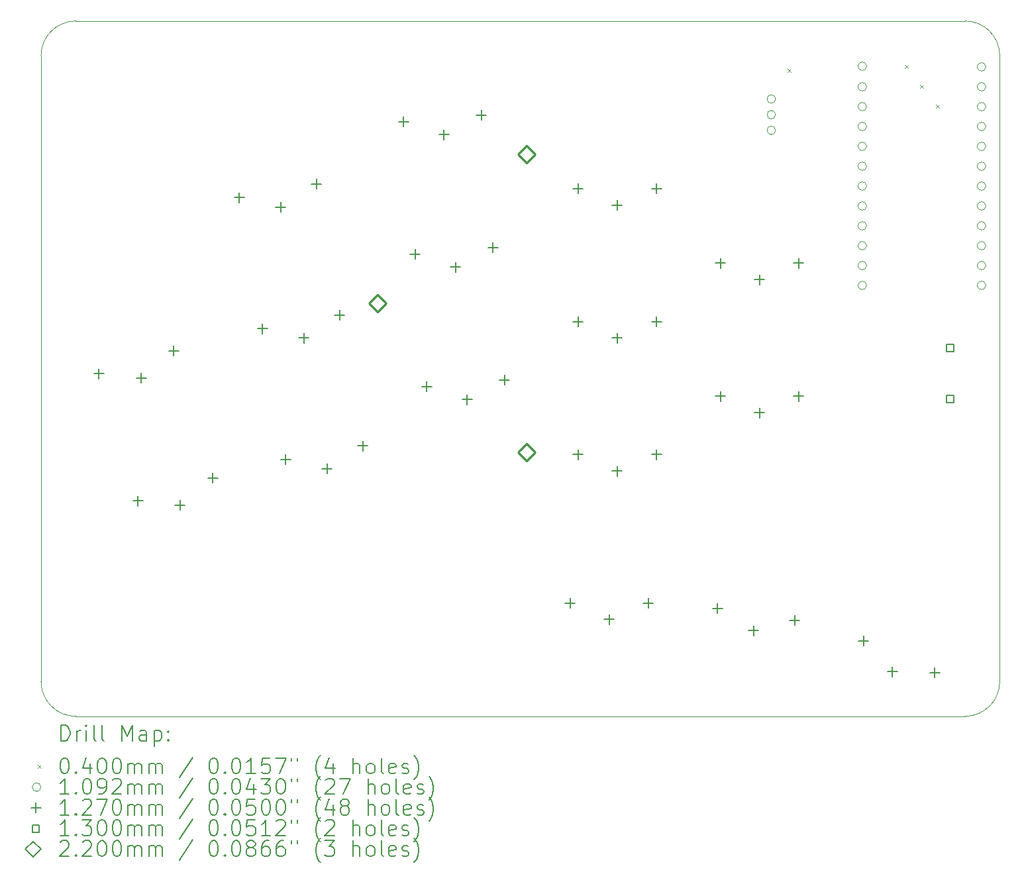
<source format=gbr>
%FSLAX45Y45*%
G04 Gerber Fmt 4.5, Leading zero omitted, Abs format (unit mm)*
G04 Created by KiCad (PCBNEW (6.0.4-0)) date 2022-07-25 12:00:02*
%MOMM*%
%LPD*%
G01*
G04 APERTURE LIST*
%TA.AperFunction,Profile*%
%ADD10C,0.050000*%
%TD*%
%ADD11C,0.200000*%
%ADD12C,0.040000*%
%ADD13C,0.109220*%
%ADD14C,0.127000*%
%ADD15C,0.130000*%
%ADD16C,0.220000*%
G04 APERTURE END LIST*
D10*
X16431618Y3825490D02*
X16431979Y11826325D01*
X4176475Y3825325D02*
G75*
G03*
X4620979Y3380825I444505J5D01*
G01*
X16431975Y11826325D02*
G75*
G03*
X15987479Y12270825I-444495J5D01*
G01*
X4620979Y3380825D02*
X15987118Y3380990D01*
X4176115Y11826612D02*
X4176479Y3825325D01*
X15987479Y12270825D02*
X4620615Y12271112D01*
X4620615Y12271112D02*
G75*
G03*
X4176115Y11826612I0J-444500D01*
G01*
X15987118Y3380991D02*
G75*
G03*
X16431618Y3825490I2J444499D01*
G01*
D11*
D12*
X13722043Y11656454D02*
X13762043Y11616454D01*
X13762043Y11656454D02*
X13722043Y11616454D01*
X15220000Y11711295D02*
X15260000Y11671295D01*
X15260000Y11711295D02*
X15220000Y11671295D01*
X15410459Y11455023D02*
X15450459Y11415023D01*
X15450459Y11455023D02*
X15410459Y11415023D01*
X15618978Y11200615D02*
X15658978Y11160615D01*
X15658978Y11200615D02*
X15618978Y11160615D01*
D13*
X13565589Y11273825D02*
G75*
G03*
X13565589Y11273825I-54610J0D01*
G01*
X13565589Y11073825D02*
G75*
G03*
X13565589Y11073825I-54610J0D01*
G01*
X13565589Y10873825D02*
G75*
G03*
X13565589Y10873825I-54610J0D01*
G01*
X14728331Y11692609D02*
G75*
G03*
X14728331Y11692609I-54610J0D01*
G01*
X14728331Y11430235D02*
G75*
G03*
X14728331Y11430235I-54610J0D01*
G01*
X14728331Y11176235D02*
G75*
G03*
X14728331Y11176235I-54610J0D01*
G01*
X14728331Y10922235D02*
G75*
G03*
X14728331Y10922235I-54610J0D01*
G01*
X14728331Y10668235D02*
G75*
G03*
X14728331Y10668235I-54610J0D01*
G01*
X14728331Y10414235D02*
G75*
G03*
X14728331Y10414235I-54610J0D01*
G01*
X14728331Y10160235D02*
G75*
G03*
X14728331Y10160235I-54610J0D01*
G01*
X14728331Y9906235D02*
G75*
G03*
X14728331Y9906235I-54610J0D01*
G01*
X14728331Y9652235D02*
G75*
G03*
X14728331Y9652235I-54610J0D01*
G01*
X14728331Y9398235D02*
G75*
G03*
X14728331Y9398235I-54610J0D01*
G01*
X14728331Y9144235D02*
G75*
G03*
X14728331Y9144235I-54610J0D01*
G01*
X14728331Y8890235D02*
G75*
G03*
X14728331Y8890235I-54610J0D01*
G01*
X16252331Y11684235D02*
G75*
G03*
X16252331Y11684235I-54610J0D01*
G01*
X16252331Y11430235D02*
G75*
G03*
X16252331Y11430235I-54610J0D01*
G01*
X16252331Y11176235D02*
G75*
G03*
X16252331Y11176235I-54610J0D01*
G01*
X16252331Y10922235D02*
G75*
G03*
X16252331Y10922235I-54610J0D01*
G01*
X16252331Y10668235D02*
G75*
G03*
X16252331Y10668235I-54610J0D01*
G01*
X16252331Y10414235D02*
G75*
G03*
X16252331Y10414235I-54610J0D01*
G01*
X16252331Y10160235D02*
G75*
G03*
X16252331Y10160235I-54610J0D01*
G01*
X16252331Y9906235D02*
G75*
G03*
X16252331Y9906235I-54610J0D01*
G01*
X16252331Y9652235D02*
G75*
G03*
X16252331Y9652235I-54610J0D01*
G01*
X16252331Y9398235D02*
G75*
G03*
X16252331Y9398235I-54610J0D01*
G01*
X16252331Y9144235D02*
G75*
G03*
X16252331Y9144235I-54610J0D01*
G01*
X16252331Y8890235D02*
G75*
G03*
X16252331Y8890235I-54610J0D01*
G01*
D14*
X4917175Y7826915D02*
X4917175Y7699915D01*
X4853675Y7763415D02*
X4980675Y7763415D01*
X5414207Y6201196D02*
X5414207Y6074196D01*
X5350707Y6137696D02*
X5477707Y6137696D01*
X5456725Y7772276D02*
X5456725Y7645276D01*
X5393225Y7708776D02*
X5520225Y7708776D01*
X5873479Y8119286D02*
X5873479Y7992286D01*
X5809979Y8055786D02*
X5936979Y8055786D01*
X5953757Y6146558D02*
X5953757Y6019558D01*
X5890257Y6083058D02*
X6017257Y6083058D01*
X6370511Y6493568D02*
X6370511Y6366568D01*
X6307011Y6430068D02*
X6434011Y6430068D01*
X6712293Y10076956D02*
X6712293Y9949956D01*
X6648793Y10013456D02*
X6775793Y10013456D01*
X7007495Y8402783D02*
X7007495Y8275782D01*
X6943995Y8339282D02*
X7070995Y8339282D01*
X7241163Y9956970D02*
X7241163Y9829970D01*
X7177663Y9893470D02*
X7304663Y9893470D01*
X7302697Y6728609D02*
X7302697Y6601609D01*
X7239197Y6665109D02*
X7366197Y6665109D01*
X7536365Y8282797D02*
X7536365Y8155797D01*
X7472865Y8219297D02*
X7599865Y8219297D01*
X7697101Y10250604D02*
X7697101Y10123604D01*
X7633601Y10187104D02*
X7760601Y10187104D01*
X7831567Y6608624D02*
X7831567Y6481624D01*
X7768067Y6545124D02*
X7895067Y6545124D01*
X7992303Y8576431D02*
X7992303Y8449431D01*
X7928803Y8512931D02*
X8055803Y8512931D01*
X8287505Y6902257D02*
X8287505Y6775257D01*
X8224005Y6838757D02*
X8351005Y6838757D01*
X8809021Y11046316D02*
X8809021Y10919316D01*
X8745521Y10982816D02*
X8872521Y10982816D01*
X8957186Y9352785D02*
X8957186Y9225785D01*
X8893686Y9289285D02*
X9020686Y9289285D01*
X9105351Y7659254D02*
X9105351Y7532254D01*
X9041851Y7595754D02*
X9168851Y7595754D01*
X9325422Y10880693D02*
X9325422Y10753693D01*
X9261922Y10817193D02*
X9388922Y10817193D01*
X9473586Y9187162D02*
X9473586Y9060162D01*
X9410086Y9123662D02*
X9537086Y9123662D01*
X9621751Y7493631D02*
X9621751Y7366631D01*
X9558251Y7430131D02*
X9685251Y7430131D01*
X9805216Y11133472D02*
X9805216Y11006472D01*
X9741716Y11069972D02*
X9868716Y11069972D01*
X9953381Y9439941D02*
X9953381Y9312941D01*
X9889881Y9376441D02*
X10016881Y9376441D01*
X10101546Y7746410D02*
X10101546Y7619410D01*
X10038046Y7682910D02*
X10165046Y7682910D01*
X10940079Y4893125D02*
X10940079Y4766125D01*
X10876579Y4829625D02*
X11003579Y4829625D01*
X11042479Y10191225D02*
X11042479Y10064225D01*
X10978979Y10127725D02*
X11105979Y10127725D01*
X11042479Y8491225D02*
X11042479Y8364225D01*
X10978979Y8427725D02*
X11105979Y8427725D01*
X11042479Y6791225D02*
X11042479Y6664225D01*
X10978979Y6727725D02*
X11105979Y6727725D01*
X11440079Y4683125D02*
X11440079Y4556125D01*
X11376579Y4619625D02*
X11503579Y4619625D01*
X11542479Y9981225D02*
X11542479Y9854225D01*
X11478979Y9917725D02*
X11605979Y9917725D01*
X11542479Y8281225D02*
X11542479Y8154225D01*
X11478979Y8217725D02*
X11605979Y8217725D01*
X11542479Y6581225D02*
X11542479Y6454225D01*
X11478979Y6517725D02*
X11605979Y6517725D01*
X11940079Y4893125D02*
X11940079Y4766125D01*
X11876579Y4829625D02*
X12003579Y4829625D01*
X12042479Y10191225D02*
X12042479Y10064225D01*
X11978979Y10127725D02*
X12105979Y10127725D01*
X12042479Y8491225D02*
X12042479Y8364225D01*
X11978979Y8427725D02*
X12105979Y8427725D01*
X12042479Y6791225D02*
X12042479Y6664225D01*
X11978979Y6727725D02*
X12105979Y6727725D01*
X12822549Y4826076D02*
X12822549Y4699076D01*
X12759049Y4762576D02*
X12886049Y4762576D01*
X12859949Y9237949D02*
X12859949Y9110949D01*
X12796449Y9174449D02*
X12923449Y9174449D01*
X12859949Y7537949D02*
X12859949Y7410949D01*
X12796449Y7474449D02*
X12923449Y7474449D01*
X13283542Y4540444D02*
X13283542Y4413444D01*
X13220042Y4476944D02*
X13347042Y4476944D01*
X13359949Y9027949D02*
X13359949Y8900949D01*
X13296449Y8964449D02*
X13423449Y8964449D01*
X13359949Y7327949D02*
X13359949Y7200949D01*
X13296449Y7264449D02*
X13423449Y7264449D01*
X13810238Y4669641D02*
X13810238Y4542641D01*
X13746738Y4606141D02*
X13873738Y4606141D01*
X13859949Y9237949D02*
X13859949Y9110949D01*
X13796449Y9174449D02*
X13923449Y9174449D01*
X13859949Y7537949D02*
X13859949Y7410949D01*
X13796449Y7474449D02*
X13923449Y7474449D01*
X14688373Y4409525D02*
X14688373Y4282525D01*
X14624873Y4346025D02*
X14751873Y4346025D01*
X15059731Y4014313D02*
X15059731Y3887313D01*
X14996231Y3950813D02*
X15123231Y3950813D01*
X15601919Y4002789D02*
X15601919Y3875789D01*
X15538419Y3939289D02*
X15665419Y3939289D01*
D15*
X15842941Y8041363D02*
X15842941Y8133288D01*
X15751017Y8133288D01*
X15751017Y8041363D01*
X15842941Y8041363D01*
X15842941Y7391363D02*
X15842941Y7483288D01*
X15751017Y7483288D01*
X15751017Y7391363D01*
X15842941Y7391363D01*
D16*
X8476092Y8554025D02*
X8586092Y8664025D01*
X8476092Y8774025D01*
X8366092Y8664025D01*
X8476092Y8554025D01*
X10381092Y10459025D02*
X10491092Y10569025D01*
X10381092Y10679025D01*
X10271092Y10569025D01*
X10381092Y10459025D01*
X10381092Y6649025D02*
X10491092Y6759025D01*
X10381092Y6869025D01*
X10271092Y6759025D01*
X10381092Y6649025D01*
D11*
X4431234Y3067849D02*
X4431234Y3267849D01*
X4478853Y3267849D01*
X4507424Y3258325D01*
X4526472Y3239278D01*
X4535996Y3220230D01*
X4545520Y3182135D01*
X4545520Y3153563D01*
X4535996Y3115468D01*
X4526472Y3096421D01*
X4507424Y3077373D01*
X4478853Y3067849D01*
X4431234Y3067849D01*
X4631234Y3067849D02*
X4631234Y3201182D01*
X4631234Y3163087D02*
X4640758Y3182135D01*
X4650282Y3191659D01*
X4669329Y3201182D01*
X4688377Y3201182D01*
X4755043Y3067849D02*
X4755043Y3201182D01*
X4755043Y3267849D02*
X4745520Y3258325D01*
X4755043Y3248801D01*
X4764567Y3258325D01*
X4755043Y3267849D01*
X4755043Y3248801D01*
X4878853Y3067849D02*
X4859805Y3077373D01*
X4850282Y3096421D01*
X4850282Y3267849D01*
X4983615Y3067849D02*
X4964567Y3077373D01*
X4955043Y3096421D01*
X4955043Y3267849D01*
X5212186Y3067849D02*
X5212186Y3267849D01*
X5278853Y3124992D01*
X5345520Y3267849D01*
X5345520Y3067849D01*
X5526472Y3067849D02*
X5526472Y3172611D01*
X5516948Y3191659D01*
X5497901Y3201182D01*
X5459805Y3201182D01*
X5440758Y3191659D01*
X5526472Y3077373D02*
X5507424Y3067849D01*
X5459805Y3067849D01*
X5440758Y3077373D01*
X5431234Y3096421D01*
X5431234Y3115468D01*
X5440758Y3134516D01*
X5459805Y3144040D01*
X5507424Y3144040D01*
X5526472Y3153563D01*
X5621710Y3201182D02*
X5621710Y3001182D01*
X5621710Y3191659D02*
X5640758Y3201182D01*
X5678853Y3201182D01*
X5697901Y3191659D01*
X5707424Y3182135D01*
X5716948Y3163087D01*
X5716948Y3105944D01*
X5707424Y3086897D01*
X5697901Y3077373D01*
X5678853Y3067849D01*
X5640758Y3067849D01*
X5621710Y3077373D01*
X5802662Y3086897D02*
X5812186Y3077373D01*
X5802662Y3067849D01*
X5793139Y3077373D01*
X5802662Y3086897D01*
X5802662Y3067849D01*
X5802662Y3191659D02*
X5812186Y3182135D01*
X5802662Y3172611D01*
X5793139Y3182135D01*
X5802662Y3191659D01*
X5802662Y3172611D01*
D12*
X4133615Y2758325D02*
X4173615Y2718325D01*
X4173615Y2758325D02*
X4133615Y2718325D01*
D11*
X4469329Y2847849D02*
X4488377Y2847849D01*
X4507424Y2838325D01*
X4516948Y2828801D01*
X4526472Y2809754D01*
X4535996Y2771659D01*
X4535996Y2724040D01*
X4526472Y2685944D01*
X4516948Y2666897D01*
X4507424Y2657373D01*
X4488377Y2647849D01*
X4469329Y2647849D01*
X4450282Y2657373D01*
X4440758Y2666897D01*
X4431234Y2685944D01*
X4421710Y2724040D01*
X4421710Y2771659D01*
X4431234Y2809754D01*
X4440758Y2828801D01*
X4450282Y2838325D01*
X4469329Y2847849D01*
X4621710Y2666897D02*
X4631234Y2657373D01*
X4621710Y2647849D01*
X4612186Y2657373D01*
X4621710Y2666897D01*
X4621710Y2647849D01*
X4802663Y2781183D02*
X4802663Y2647849D01*
X4755043Y2857373D02*
X4707424Y2714516D01*
X4831234Y2714516D01*
X4945520Y2847849D02*
X4964567Y2847849D01*
X4983615Y2838325D01*
X4993139Y2828801D01*
X5002663Y2809754D01*
X5012186Y2771659D01*
X5012186Y2724040D01*
X5002663Y2685944D01*
X4993139Y2666897D01*
X4983615Y2657373D01*
X4964567Y2647849D01*
X4945520Y2647849D01*
X4926472Y2657373D01*
X4916948Y2666897D01*
X4907424Y2685944D01*
X4897901Y2724040D01*
X4897901Y2771659D01*
X4907424Y2809754D01*
X4916948Y2828801D01*
X4926472Y2838325D01*
X4945520Y2847849D01*
X5135996Y2847849D02*
X5155043Y2847849D01*
X5174091Y2838325D01*
X5183615Y2828801D01*
X5193139Y2809754D01*
X5202663Y2771659D01*
X5202663Y2724040D01*
X5193139Y2685944D01*
X5183615Y2666897D01*
X5174091Y2657373D01*
X5155043Y2647849D01*
X5135996Y2647849D01*
X5116948Y2657373D01*
X5107424Y2666897D01*
X5097901Y2685944D01*
X5088377Y2724040D01*
X5088377Y2771659D01*
X5097901Y2809754D01*
X5107424Y2828801D01*
X5116948Y2838325D01*
X5135996Y2847849D01*
X5288377Y2647849D02*
X5288377Y2781183D01*
X5288377Y2762135D02*
X5297901Y2771659D01*
X5316948Y2781183D01*
X5345520Y2781183D01*
X5364567Y2771659D01*
X5374091Y2752611D01*
X5374091Y2647849D01*
X5374091Y2752611D02*
X5383615Y2771659D01*
X5402663Y2781183D01*
X5431234Y2781183D01*
X5450282Y2771659D01*
X5459805Y2752611D01*
X5459805Y2647849D01*
X5555043Y2647849D02*
X5555043Y2781183D01*
X5555043Y2762135D02*
X5564567Y2771659D01*
X5583615Y2781183D01*
X5612186Y2781183D01*
X5631234Y2771659D01*
X5640758Y2752611D01*
X5640758Y2647849D01*
X5640758Y2752611D02*
X5650281Y2771659D01*
X5669329Y2781183D01*
X5697901Y2781183D01*
X5716948Y2771659D01*
X5726472Y2752611D01*
X5726472Y2647849D01*
X6116948Y2857373D02*
X5945520Y2600230D01*
X6374091Y2847849D02*
X6393139Y2847849D01*
X6412186Y2838325D01*
X6421710Y2828801D01*
X6431234Y2809754D01*
X6440758Y2771659D01*
X6440758Y2724040D01*
X6431234Y2685944D01*
X6421710Y2666897D01*
X6412186Y2657373D01*
X6393139Y2647849D01*
X6374091Y2647849D01*
X6355043Y2657373D01*
X6345520Y2666897D01*
X6335996Y2685944D01*
X6326472Y2724040D01*
X6326472Y2771659D01*
X6335996Y2809754D01*
X6345520Y2828801D01*
X6355043Y2838325D01*
X6374091Y2847849D01*
X6526472Y2666897D02*
X6535996Y2657373D01*
X6526472Y2647849D01*
X6516948Y2657373D01*
X6526472Y2666897D01*
X6526472Y2647849D01*
X6659805Y2847849D02*
X6678853Y2847849D01*
X6697901Y2838325D01*
X6707424Y2828801D01*
X6716948Y2809754D01*
X6726472Y2771659D01*
X6726472Y2724040D01*
X6716948Y2685944D01*
X6707424Y2666897D01*
X6697901Y2657373D01*
X6678853Y2647849D01*
X6659805Y2647849D01*
X6640758Y2657373D01*
X6631234Y2666897D01*
X6621710Y2685944D01*
X6612186Y2724040D01*
X6612186Y2771659D01*
X6621710Y2809754D01*
X6631234Y2828801D01*
X6640758Y2838325D01*
X6659805Y2847849D01*
X6916948Y2647849D02*
X6802662Y2647849D01*
X6859805Y2647849D02*
X6859805Y2847849D01*
X6840758Y2819278D01*
X6821710Y2800230D01*
X6802662Y2790706D01*
X7097901Y2847849D02*
X7002662Y2847849D01*
X6993139Y2752611D01*
X7002662Y2762135D01*
X7021710Y2771659D01*
X7069329Y2771659D01*
X7088377Y2762135D01*
X7097901Y2752611D01*
X7107424Y2733563D01*
X7107424Y2685944D01*
X7097901Y2666897D01*
X7088377Y2657373D01*
X7069329Y2647849D01*
X7021710Y2647849D01*
X7002662Y2657373D01*
X6993139Y2666897D01*
X7174091Y2847849D02*
X7307424Y2847849D01*
X7221710Y2647849D01*
X7374091Y2847849D02*
X7374091Y2809754D01*
X7450281Y2847849D02*
X7450281Y2809754D01*
X7745520Y2571659D02*
X7735996Y2581183D01*
X7716948Y2609754D01*
X7707424Y2628802D01*
X7697901Y2657373D01*
X7688377Y2704992D01*
X7688377Y2743087D01*
X7697901Y2790706D01*
X7707424Y2819278D01*
X7716948Y2838325D01*
X7735996Y2866897D01*
X7745520Y2876421D01*
X7907424Y2781183D02*
X7907424Y2647849D01*
X7859805Y2857373D02*
X7812186Y2714516D01*
X7935996Y2714516D01*
X8164567Y2647849D02*
X8164567Y2847849D01*
X8250281Y2647849D02*
X8250281Y2752611D01*
X8240758Y2771659D01*
X8221710Y2781183D01*
X8193139Y2781183D01*
X8174091Y2771659D01*
X8164567Y2762135D01*
X8374091Y2647849D02*
X8355043Y2657373D01*
X8345520Y2666897D01*
X8335996Y2685944D01*
X8335996Y2743087D01*
X8345520Y2762135D01*
X8355043Y2771659D01*
X8374091Y2781183D01*
X8402663Y2781183D01*
X8421710Y2771659D01*
X8431234Y2762135D01*
X8440758Y2743087D01*
X8440758Y2685944D01*
X8431234Y2666897D01*
X8421710Y2657373D01*
X8402663Y2647849D01*
X8374091Y2647849D01*
X8555043Y2647849D02*
X8535996Y2657373D01*
X8526472Y2676421D01*
X8526472Y2847849D01*
X8707424Y2657373D02*
X8688377Y2647849D01*
X8650282Y2647849D01*
X8631234Y2657373D01*
X8621710Y2676421D01*
X8621710Y2752611D01*
X8631234Y2771659D01*
X8650282Y2781183D01*
X8688377Y2781183D01*
X8707424Y2771659D01*
X8716948Y2752611D01*
X8716948Y2733563D01*
X8621710Y2714516D01*
X8793139Y2657373D02*
X8812186Y2647849D01*
X8850282Y2647849D01*
X8869329Y2657373D01*
X8878853Y2676421D01*
X8878853Y2685944D01*
X8869329Y2704992D01*
X8850282Y2714516D01*
X8821710Y2714516D01*
X8802663Y2724040D01*
X8793139Y2743087D01*
X8793139Y2752611D01*
X8802663Y2771659D01*
X8821710Y2781183D01*
X8850282Y2781183D01*
X8869329Y2771659D01*
X8945520Y2571659D02*
X8955043Y2581183D01*
X8974091Y2609754D01*
X8983615Y2628802D01*
X8993139Y2657373D01*
X9002663Y2704992D01*
X9002663Y2743087D01*
X8993139Y2790706D01*
X8983615Y2819278D01*
X8974091Y2838325D01*
X8955043Y2866897D01*
X8945520Y2876421D01*
D13*
X4173615Y2474325D02*
G75*
G03*
X4173615Y2474325I-54610J0D01*
G01*
D11*
X4535996Y2383849D02*
X4421710Y2383849D01*
X4478853Y2383849D02*
X4478853Y2583849D01*
X4459805Y2555278D01*
X4440758Y2536230D01*
X4421710Y2526706D01*
X4621710Y2402897D02*
X4631234Y2393373D01*
X4621710Y2383849D01*
X4612186Y2393373D01*
X4621710Y2402897D01*
X4621710Y2383849D01*
X4755043Y2583849D02*
X4774091Y2583849D01*
X4793139Y2574325D01*
X4802663Y2564802D01*
X4812186Y2545754D01*
X4821710Y2507659D01*
X4821710Y2460040D01*
X4812186Y2421944D01*
X4802663Y2402897D01*
X4793139Y2393373D01*
X4774091Y2383849D01*
X4755043Y2383849D01*
X4735996Y2393373D01*
X4726472Y2402897D01*
X4716948Y2421944D01*
X4707424Y2460040D01*
X4707424Y2507659D01*
X4716948Y2545754D01*
X4726472Y2564802D01*
X4735996Y2574325D01*
X4755043Y2583849D01*
X4916948Y2383849D02*
X4955043Y2383849D01*
X4974091Y2393373D01*
X4983615Y2402897D01*
X5002663Y2431468D01*
X5012186Y2469563D01*
X5012186Y2545754D01*
X5002663Y2564802D01*
X4993139Y2574325D01*
X4974091Y2583849D01*
X4935996Y2583849D01*
X4916948Y2574325D01*
X4907424Y2564802D01*
X4897901Y2545754D01*
X4897901Y2498135D01*
X4907424Y2479087D01*
X4916948Y2469563D01*
X4935996Y2460040D01*
X4974091Y2460040D01*
X4993139Y2469563D01*
X5002663Y2479087D01*
X5012186Y2498135D01*
X5088377Y2564802D02*
X5097901Y2574325D01*
X5116948Y2583849D01*
X5164567Y2583849D01*
X5183615Y2574325D01*
X5193139Y2564802D01*
X5202663Y2545754D01*
X5202663Y2526706D01*
X5193139Y2498135D01*
X5078853Y2383849D01*
X5202663Y2383849D01*
X5288377Y2383849D02*
X5288377Y2517183D01*
X5288377Y2498135D02*
X5297901Y2507659D01*
X5316948Y2517183D01*
X5345520Y2517183D01*
X5364567Y2507659D01*
X5374091Y2488611D01*
X5374091Y2383849D01*
X5374091Y2488611D02*
X5383615Y2507659D01*
X5402663Y2517183D01*
X5431234Y2517183D01*
X5450282Y2507659D01*
X5459805Y2488611D01*
X5459805Y2383849D01*
X5555043Y2383849D02*
X5555043Y2517183D01*
X5555043Y2498135D02*
X5564567Y2507659D01*
X5583615Y2517183D01*
X5612186Y2517183D01*
X5631234Y2507659D01*
X5640758Y2488611D01*
X5640758Y2383849D01*
X5640758Y2488611D02*
X5650281Y2507659D01*
X5669329Y2517183D01*
X5697901Y2517183D01*
X5716948Y2507659D01*
X5726472Y2488611D01*
X5726472Y2383849D01*
X6116948Y2593373D02*
X5945520Y2336230D01*
X6374091Y2583849D02*
X6393139Y2583849D01*
X6412186Y2574325D01*
X6421710Y2564802D01*
X6431234Y2545754D01*
X6440758Y2507659D01*
X6440758Y2460040D01*
X6431234Y2421944D01*
X6421710Y2402897D01*
X6412186Y2393373D01*
X6393139Y2383849D01*
X6374091Y2383849D01*
X6355043Y2393373D01*
X6345520Y2402897D01*
X6335996Y2421944D01*
X6326472Y2460040D01*
X6326472Y2507659D01*
X6335996Y2545754D01*
X6345520Y2564802D01*
X6355043Y2574325D01*
X6374091Y2583849D01*
X6526472Y2402897D02*
X6535996Y2393373D01*
X6526472Y2383849D01*
X6516948Y2393373D01*
X6526472Y2402897D01*
X6526472Y2383849D01*
X6659805Y2583849D02*
X6678853Y2583849D01*
X6697901Y2574325D01*
X6707424Y2564802D01*
X6716948Y2545754D01*
X6726472Y2507659D01*
X6726472Y2460040D01*
X6716948Y2421944D01*
X6707424Y2402897D01*
X6697901Y2393373D01*
X6678853Y2383849D01*
X6659805Y2383849D01*
X6640758Y2393373D01*
X6631234Y2402897D01*
X6621710Y2421944D01*
X6612186Y2460040D01*
X6612186Y2507659D01*
X6621710Y2545754D01*
X6631234Y2564802D01*
X6640758Y2574325D01*
X6659805Y2583849D01*
X6897901Y2517183D02*
X6897901Y2383849D01*
X6850281Y2593373D02*
X6802662Y2450516D01*
X6926472Y2450516D01*
X6983615Y2583849D02*
X7107424Y2583849D01*
X7040758Y2507659D01*
X7069329Y2507659D01*
X7088377Y2498135D01*
X7097901Y2488611D01*
X7107424Y2469563D01*
X7107424Y2421944D01*
X7097901Y2402897D01*
X7088377Y2393373D01*
X7069329Y2383849D01*
X7012186Y2383849D01*
X6993139Y2393373D01*
X6983615Y2402897D01*
X7231234Y2583849D02*
X7250281Y2583849D01*
X7269329Y2574325D01*
X7278853Y2564802D01*
X7288377Y2545754D01*
X7297901Y2507659D01*
X7297901Y2460040D01*
X7288377Y2421944D01*
X7278853Y2402897D01*
X7269329Y2393373D01*
X7250281Y2383849D01*
X7231234Y2383849D01*
X7212186Y2393373D01*
X7202662Y2402897D01*
X7193139Y2421944D01*
X7183615Y2460040D01*
X7183615Y2507659D01*
X7193139Y2545754D01*
X7202662Y2564802D01*
X7212186Y2574325D01*
X7231234Y2583849D01*
X7374091Y2583849D02*
X7374091Y2545754D01*
X7450281Y2583849D02*
X7450281Y2545754D01*
X7745520Y2307659D02*
X7735996Y2317183D01*
X7716948Y2345754D01*
X7707424Y2364802D01*
X7697901Y2393373D01*
X7688377Y2440992D01*
X7688377Y2479087D01*
X7697901Y2526706D01*
X7707424Y2555278D01*
X7716948Y2574325D01*
X7735996Y2602897D01*
X7745520Y2612421D01*
X7812186Y2564802D02*
X7821710Y2574325D01*
X7840758Y2583849D01*
X7888377Y2583849D01*
X7907424Y2574325D01*
X7916948Y2564802D01*
X7926472Y2545754D01*
X7926472Y2526706D01*
X7916948Y2498135D01*
X7802662Y2383849D01*
X7926472Y2383849D01*
X7993139Y2583849D02*
X8126472Y2583849D01*
X8040758Y2383849D01*
X8355043Y2383849D02*
X8355043Y2583849D01*
X8440758Y2383849D02*
X8440758Y2488611D01*
X8431234Y2507659D01*
X8412186Y2517183D01*
X8383615Y2517183D01*
X8364567Y2507659D01*
X8355043Y2498135D01*
X8564567Y2383849D02*
X8545520Y2393373D01*
X8535996Y2402897D01*
X8526472Y2421944D01*
X8526472Y2479087D01*
X8535996Y2498135D01*
X8545520Y2507659D01*
X8564567Y2517183D01*
X8593139Y2517183D01*
X8612186Y2507659D01*
X8621710Y2498135D01*
X8631234Y2479087D01*
X8631234Y2421944D01*
X8621710Y2402897D01*
X8612186Y2393373D01*
X8593139Y2383849D01*
X8564567Y2383849D01*
X8745520Y2383849D02*
X8726472Y2393373D01*
X8716948Y2412421D01*
X8716948Y2583849D01*
X8897901Y2393373D02*
X8878853Y2383849D01*
X8840758Y2383849D01*
X8821710Y2393373D01*
X8812186Y2412421D01*
X8812186Y2488611D01*
X8821710Y2507659D01*
X8840758Y2517183D01*
X8878853Y2517183D01*
X8897901Y2507659D01*
X8907424Y2488611D01*
X8907424Y2469563D01*
X8812186Y2450516D01*
X8983615Y2393373D02*
X9002663Y2383849D01*
X9040758Y2383849D01*
X9059805Y2393373D01*
X9069329Y2412421D01*
X9069329Y2421944D01*
X9059805Y2440992D01*
X9040758Y2450516D01*
X9012186Y2450516D01*
X8993139Y2460040D01*
X8983615Y2479087D01*
X8983615Y2488611D01*
X8993139Y2507659D01*
X9012186Y2517183D01*
X9040758Y2517183D01*
X9059805Y2507659D01*
X9135996Y2307659D02*
X9145520Y2317183D01*
X9164567Y2345754D01*
X9174091Y2364802D01*
X9183615Y2393373D01*
X9193139Y2440992D01*
X9193139Y2479087D01*
X9183615Y2526706D01*
X9174091Y2555278D01*
X9164567Y2574325D01*
X9145520Y2602897D01*
X9135996Y2612421D01*
D14*
X4110115Y2273825D02*
X4110115Y2146825D01*
X4046615Y2210325D02*
X4173615Y2210325D01*
D11*
X4535996Y2119849D02*
X4421710Y2119849D01*
X4478853Y2119849D02*
X4478853Y2319849D01*
X4459805Y2291278D01*
X4440758Y2272230D01*
X4421710Y2262706D01*
X4621710Y2138897D02*
X4631234Y2129373D01*
X4621710Y2119849D01*
X4612186Y2129373D01*
X4621710Y2138897D01*
X4621710Y2119849D01*
X4707424Y2300802D02*
X4716948Y2310325D01*
X4735996Y2319849D01*
X4783615Y2319849D01*
X4802663Y2310325D01*
X4812186Y2300802D01*
X4821710Y2281754D01*
X4821710Y2262706D01*
X4812186Y2234135D01*
X4697901Y2119849D01*
X4821710Y2119849D01*
X4888377Y2319849D02*
X5021710Y2319849D01*
X4935996Y2119849D01*
X5135996Y2319849D02*
X5155043Y2319849D01*
X5174091Y2310325D01*
X5183615Y2300802D01*
X5193139Y2281754D01*
X5202663Y2243659D01*
X5202663Y2196040D01*
X5193139Y2157944D01*
X5183615Y2138897D01*
X5174091Y2129373D01*
X5155043Y2119849D01*
X5135996Y2119849D01*
X5116948Y2129373D01*
X5107424Y2138897D01*
X5097901Y2157944D01*
X5088377Y2196040D01*
X5088377Y2243659D01*
X5097901Y2281754D01*
X5107424Y2300802D01*
X5116948Y2310325D01*
X5135996Y2319849D01*
X5288377Y2119849D02*
X5288377Y2253183D01*
X5288377Y2234135D02*
X5297901Y2243659D01*
X5316948Y2253183D01*
X5345520Y2253183D01*
X5364567Y2243659D01*
X5374091Y2224611D01*
X5374091Y2119849D01*
X5374091Y2224611D02*
X5383615Y2243659D01*
X5402663Y2253183D01*
X5431234Y2253183D01*
X5450282Y2243659D01*
X5459805Y2224611D01*
X5459805Y2119849D01*
X5555043Y2119849D02*
X5555043Y2253183D01*
X5555043Y2234135D02*
X5564567Y2243659D01*
X5583615Y2253183D01*
X5612186Y2253183D01*
X5631234Y2243659D01*
X5640758Y2224611D01*
X5640758Y2119849D01*
X5640758Y2224611D02*
X5650281Y2243659D01*
X5669329Y2253183D01*
X5697901Y2253183D01*
X5716948Y2243659D01*
X5726472Y2224611D01*
X5726472Y2119849D01*
X6116948Y2329373D02*
X5945520Y2072230D01*
X6374091Y2319849D02*
X6393139Y2319849D01*
X6412186Y2310325D01*
X6421710Y2300802D01*
X6431234Y2281754D01*
X6440758Y2243659D01*
X6440758Y2196040D01*
X6431234Y2157944D01*
X6421710Y2138897D01*
X6412186Y2129373D01*
X6393139Y2119849D01*
X6374091Y2119849D01*
X6355043Y2129373D01*
X6345520Y2138897D01*
X6335996Y2157944D01*
X6326472Y2196040D01*
X6326472Y2243659D01*
X6335996Y2281754D01*
X6345520Y2300802D01*
X6355043Y2310325D01*
X6374091Y2319849D01*
X6526472Y2138897D02*
X6535996Y2129373D01*
X6526472Y2119849D01*
X6516948Y2129373D01*
X6526472Y2138897D01*
X6526472Y2119849D01*
X6659805Y2319849D02*
X6678853Y2319849D01*
X6697901Y2310325D01*
X6707424Y2300802D01*
X6716948Y2281754D01*
X6726472Y2243659D01*
X6726472Y2196040D01*
X6716948Y2157944D01*
X6707424Y2138897D01*
X6697901Y2129373D01*
X6678853Y2119849D01*
X6659805Y2119849D01*
X6640758Y2129373D01*
X6631234Y2138897D01*
X6621710Y2157944D01*
X6612186Y2196040D01*
X6612186Y2243659D01*
X6621710Y2281754D01*
X6631234Y2300802D01*
X6640758Y2310325D01*
X6659805Y2319849D01*
X6907424Y2319849D02*
X6812186Y2319849D01*
X6802662Y2224611D01*
X6812186Y2234135D01*
X6831234Y2243659D01*
X6878853Y2243659D01*
X6897901Y2234135D01*
X6907424Y2224611D01*
X6916948Y2205563D01*
X6916948Y2157944D01*
X6907424Y2138897D01*
X6897901Y2129373D01*
X6878853Y2119849D01*
X6831234Y2119849D01*
X6812186Y2129373D01*
X6802662Y2138897D01*
X7040758Y2319849D02*
X7059805Y2319849D01*
X7078853Y2310325D01*
X7088377Y2300802D01*
X7097901Y2281754D01*
X7107424Y2243659D01*
X7107424Y2196040D01*
X7097901Y2157944D01*
X7088377Y2138897D01*
X7078853Y2129373D01*
X7059805Y2119849D01*
X7040758Y2119849D01*
X7021710Y2129373D01*
X7012186Y2138897D01*
X7002662Y2157944D01*
X6993139Y2196040D01*
X6993139Y2243659D01*
X7002662Y2281754D01*
X7012186Y2300802D01*
X7021710Y2310325D01*
X7040758Y2319849D01*
X7231234Y2319849D02*
X7250281Y2319849D01*
X7269329Y2310325D01*
X7278853Y2300802D01*
X7288377Y2281754D01*
X7297901Y2243659D01*
X7297901Y2196040D01*
X7288377Y2157944D01*
X7278853Y2138897D01*
X7269329Y2129373D01*
X7250281Y2119849D01*
X7231234Y2119849D01*
X7212186Y2129373D01*
X7202662Y2138897D01*
X7193139Y2157944D01*
X7183615Y2196040D01*
X7183615Y2243659D01*
X7193139Y2281754D01*
X7202662Y2300802D01*
X7212186Y2310325D01*
X7231234Y2319849D01*
X7374091Y2319849D02*
X7374091Y2281754D01*
X7450281Y2319849D02*
X7450281Y2281754D01*
X7745520Y2043659D02*
X7735996Y2053182D01*
X7716948Y2081754D01*
X7707424Y2100802D01*
X7697901Y2129373D01*
X7688377Y2176992D01*
X7688377Y2215087D01*
X7697901Y2262706D01*
X7707424Y2291278D01*
X7716948Y2310325D01*
X7735996Y2338897D01*
X7745520Y2348421D01*
X7907424Y2253183D02*
X7907424Y2119849D01*
X7859805Y2329373D02*
X7812186Y2186516D01*
X7935996Y2186516D01*
X8040758Y2234135D02*
X8021710Y2243659D01*
X8012186Y2253183D01*
X8002662Y2272230D01*
X8002662Y2281754D01*
X8012186Y2300802D01*
X8021710Y2310325D01*
X8040758Y2319849D01*
X8078853Y2319849D01*
X8097901Y2310325D01*
X8107424Y2300802D01*
X8116948Y2281754D01*
X8116948Y2272230D01*
X8107424Y2253183D01*
X8097901Y2243659D01*
X8078853Y2234135D01*
X8040758Y2234135D01*
X8021710Y2224611D01*
X8012186Y2215087D01*
X8002662Y2196040D01*
X8002662Y2157944D01*
X8012186Y2138897D01*
X8021710Y2129373D01*
X8040758Y2119849D01*
X8078853Y2119849D01*
X8097901Y2129373D01*
X8107424Y2138897D01*
X8116948Y2157944D01*
X8116948Y2196040D01*
X8107424Y2215087D01*
X8097901Y2224611D01*
X8078853Y2234135D01*
X8355043Y2119849D02*
X8355043Y2319849D01*
X8440758Y2119849D02*
X8440758Y2224611D01*
X8431234Y2243659D01*
X8412186Y2253183D01*
X8383615Y2253183D01*
X8364567Y2243659D01*
X8355043Y2234135D01*
X8564567Y2119849D02*
X8545520Y2129373D01*
X8535996Y2138897D01*
X8526472Y2157944D01*
X8526472Y2215087D01*
X8535996Y2234135D01*
X8545520Y2243659D01*
X8564567Y2253183D01*
X8593139Y2253183D01*
X8612186Y2243659D01*
X8621710Y2234135D01*
X8631234Y2215087D01*
X8631234Y2157944D01*
X8621710Y2138897D01*
X8612186Y2129373D01*
X8593139Y2119849D01*
X8564567Y2119849D01*
X8745520Y2119849D02*
X8726472Y2129373D01*
X8716948Y2148421D01*
X8716948Y2319849D01*
X8897901Y2129373D02*
X8878853Y2119849D01*
X8840758Y2119849D01*
X8821710Y2129373D01*
X8812186Y2148421D01*
X8812186Y2224611D01*
X8821710Y2243659D01*
X8840758Y2253183D01*
X8878853Y2253183D01*
X8897901Y2243659D01*
X8907424Y2224611D01*
X8907424Y2205563D01*
X8812186Y2186516D01*
X8983615Y2129373D02*
X9002663Y2119849D01*
X9040758Y2119849D01*
X9059805Y2129373D01*
X9069329Y2148421D01*
X9069329Y2157944D01*
X9059805Y2176992D01*
X9040758Y2186516D01*
X9012186Y2186516D01*
X8993139Y2196040D01*
X8983615Y2215087D01*
X8983615Y2224611D01*
X8993139Y2243659D01*
X9012186Y2253183D01*
X9040758Y2253183D01*
X9059805Y2243659D01*
X9135996Y2043659D02*
X9145520Y2053182D01*
X9164567Y2081754D01*
X9174091Y2100802D01*
X9183615Y2129373D01*
X9193139Y2176992D01*
X9193139Y2215087D01*
X9183615Y2262706D01*
X9174091Y2291278D01*
X9164567Y2310325D01*
X9145520Y2338897D01*
X9135996Y2348421D01*
D15*
X4154577Y1900363D02*
X4154577Y1992288D01*
X4062652Y1992288D01*
X4062652Y1900363D01*
X4154577Y1900363D01*
D11*
X4535996Y1855849D02*
X4421710Y1855849D01*
X4478853Y1855849D02*
X4478853Y2055849D01*
X4459805Y2027278D01*
X4440758Y2008230D01*
X4421710Y1998706D01*
X4621710Y1874897D02*
X4631234Y1865373D01*
X4621710Y1855849D01*
X4612186Y1865373D01*
X4621710Y1874897D01*
X4621710Y1855849D01*
X4697901Y2055849D02*
X4821710Y2055849D01*
X4755043Y1979659D01*
X4783615Y1979659D01*
X4802663Y1970135D01*
X4812186Y1960611D01*
X4821710Y1941563D01*
X4821710Y1893944D01*
X4812186Y1874897D01*
X4802663Y1865373D01*
X4783615Y1855849D01*
X4726472Y1855849D01*
X4707424Y1865373D01*
X4697901Y1874897D01*
X4945520Y2055849D02*
X4964567Y2055849D01*
X4983615Y2046325D01*
X4993139Y2036801D01*
X5002663Y2017754D01*
X5012186Y1979659D01*
X5012186Y1932040D01*
X5002663Y1893944D01*
X4993139Y1874897D01*
X4983615Y1865373D01*
X4964567Y1855849D01*
X4945520Y1855849D01*
X4926472Y1865373D01*
X4916948Y1874897D01*
X4907424Y1893944D01*
X4897901Y1932040D01*
X4897901Y1979659D01*
X4907424Y2017754D01*
X4916948Y2036801D01*
X4926472Y2046325D01*
X4945520Y2055849D01*
X5135996Y2055849D02*
X5155043Y2055849D01*
X5174091Y2046325D01*
X5183615Y2036801D01*
X5193139Y2017754D01*
X5202663Y1979659D01*
X5202663Y1932040D01*
X5193139Y1893944D01*
X5183615Y1874897D01*
X5174091Y1865373D01*
X5155043Y1855849D01*
X5135996Y1855849D01*
X5116948Y1865373D01*
X5107424Y1874897D01*
X5097901Y1893944D01*
X5088377Y1932040D01*
X5088377Y1979659D01*
X5097901Y2017754D01*
X5107424Y2036801D01*
X5116948Y2046325D01*
X5135996Y2055849D01*
X5288377Y1855849D02*
X5288377Y1989182D01*
X5288377Y1970135D02*
X5297901Y1979659D01*
X5316948Y1989182D01*
X5345520Y1989182D01*
X5364567Y1979659D01*
X5374091Y1960611D01*
X5374091Y1855849D01*
X5374091Y1960611D02*
X5383615Y1979659D01*
X5402663Y1989182D01*
X5431234Y1989182D01*
X5450282Y1979659D01*
X5459805Y1960611D01*
X5459805Y1855849D01*
X5555043Y1855849D02*
X5555043Y1989182D01*
X5555043Y1970135D02*
X5564567Y1979659D01*
X5583615Y1989182D01*
X5612186Y1989182D01*
X5631234Y1979659D01*
X5640758Y1960611D01*
X5640758Y1855849D01*
X5640758Y1960611D02*
X5650281Y1979659D01*
X5669329Y1989182D01*
X5697901Y1989182D01*
X5716948Y1979659D01*
X5726472Y1960611D01*
X5726472Y1855849D01*
X6116948Y2065373D02*
X5945520Y1808230D01*
X6374091Y2055849D02*
X6393139Y2055849D01*
X6412186Y2046325D01*
X6421710Y2036801D01*
X6431234Y2017754D01*
X6440758Y1979659D01*
X6440758Y1932040D01*
X6431234Y1893944D01*
X6421710Y1874897D01*
X6412186Y1865373D01*
X6393139Y1855849D01*
X6374091Y1855849D01*
X6355043Y1865373D01*
X6345520Y1874897D01*
X6335996Y1893944D01*
X6326472Y1932040D01*
X6326472Y1979659D01*
X6335996Y2017754D01*
X6345520Y2036801D01*
X6355043Y2046325D01*
X6374091Y2055849D01*
X6526472Y1874897D02*
X6535996Y1865373D01*
X6526472Y1855849D01*
X6516948Y1865373D01*
X6526472Y1874897D01*
X6526472Y1855849D01*
X6659805Y2055849D02*
X6678853Y2055849D01*
X6697901Y2046325D01*
X6707424Y2036801D01*
X6716948Y2017754D01*
X6726472Y1979659D01*
X6726472Y1932040D01*
X6716948Y1893944D01*
X6707424Y1874897D01*
X6697901Y1865373D01*
X6678853Y1855849D01*
X6659805Y1855849D01*
X6640758Y1865373D01*
X6631234Y1874897D01*
X6621710Y1893944D01*
X6612186Y1932040D01*
X6612186Y1979659D01*
X6621710Y2017754D01*
X6631234Y2036801D01*
X6640758Y2046325D01*
X6659805Y2055849D01*
X6907424Y2055849D02*
X6812186Y2055849D01*
X6802662Y1960611D01*
X6812186Y1970135D01*
X6831234Y1979659D01*
X6878853Y1979659D01*
X6897901Y1970135D01*
X6907424Y1960611D01*
X6916948Y1941563D01*
X6916948Y1893944D01*
X6907424Y1874897D01*
X6897901Y1865373D01*
X6878853Y1855849D01*
X6831234Y1855849D01*
X6812186Y1865373D01*
X6802662Y1874897D01*
X7107424Y1855849D02*
X6993139Y1855849D01*
X7050281Y1855849D02*
X7050281Y2055849D01*
X7031234Y2027278D01*
X7012186Y2008230D01*
X6993139Y1998706D01*
X7183615Y2036801D02*
X7193139Y2046325D01*
X7212186Y2055849D01*
X7259805Y2055849D01*
X7278853Y2046325D01*
X7288377Y2036801D01*
X7297901Y2017754D01*
X7297901Y1998706D01*
X7288377Y1970135D01*
X7174091Y1855849D01*
X7297901Y1855849D01*
X7374091Y2055849D02*
X7374091Y2017754D01*
X7450281Y2055849D02*
X7450281Y2017754D01*
X7745520Y1779659D02*
X7735996Y1789182D01*
X7716948Y1817754D01*
X7707424Y1836801D01*
X7697901Y1865373D01*
X7688377Y1912992D01*
X7688377Y1951087D01*
X7697901Y1998706D01*
X7707424Y2027278D01*
X7716948Y2046325D01*
X7735996Y2074897D01*
X7745520Y2084421D01*
X7812186Y2036801D02*
X7821710Y2046325D01*
X7840758Y2055849D01*
X7888377Y2055849D01*
X7907424Y2046325D01*
X7916948Y2036801D01*
X7926472Y2017754D01*
X7926472Y1998706D01*
X7916948Y1970135D01*
X7802662Y1855849D01*
X7926472Y1855849D01*
X8164567Y1855849D02*
X8164567Y2055849D01*
X8250281Y1855849D02*
X8250281Y1960611D01*
X8240758Y1979659D01*
X8221710Y1989182D01*
X8193139Y1989182D01*
X8174091Y1979659D01*
X8164567Y1970135D01*
X8374091Y1855849D02*
X8355043Y1865373D01*
X8345520Y1874897D01*
X8335996Y1893944D01*
X8335996Y1951087D01*
X8345520Y1970135D01*
X8355043Y1979659D01*
X8374091Y1989182D01*
X8402663Y1989182D01*
X8421710Y1979659D01*
X8431234Y1970135D01*
X8440758Y1951087D01*
X8440758Y1893944D01*
X8431234Y1874897D01*
X8421710Y1865373D01*
X8402663Y1855849D01*
X8374091Y1855849D01*
X8555043Y1855849D02*
X8535996Y1865373D01*
X8526472Y1884421D01*
X8526472Y2055849D01*
X8707424Y1865373D02*
X8688377Y1855849D01*
X8650282Y1855849D01*
X8631234Y1865373D01*
X8621710Y1884421D01*
X8621710Y1960611D01*
X8631234Y1979659D01*
X8650282Y1989182D01*
X8688377Y1989182D01*
X8707424Y1979659D01*
X8716948Y1960611D01*
X8716948Y1941563D01*
X8621710Y1922516D01*
X8793139Y1865373D02*
X8812186Y1855849D01*
X8850282Y1855849D01*
X8869329Y1865373D01*
X8878853Y1884421D01*
X8878853Y1893944D01*
X8869329Y1912992D01*
X8850282Y1922516D01*
X8821710Y1922516D01*
X8802663Y1932040D01*
X8793139Y1951087D01*
X8793139Y1960611D01*
X8802663Y1979659D01*
X8821710Y1989182D01*
X8850282Y1989182D01*
X8869329Y1979659D01*
X8945520Y1779659D02*
X8955043Y1789182D01*
X8974091Y1817754D01*
X8983615Y1836801D01*
X8993139Y1865373D01*
X9002663Y1912992D01*
X9002663Y1951087D01*
X8993139Y1998706D01*
X8983615Y2027278D01*
X8974091Y2046325D01*
X8955043Y2074897D01*
X8945520Y2084421D01*
X4073615Y1582325D02*
X4173615Y1682325D01*
X4073615Y1782325D01*
X3973615Y1682325D01*
X4073615Y1582325D01*
X4421710Y1772801D02*
X4431234Y1782325D01*
X4450282Y1791849D01*
X4497901Y1791849D01*
X4516948Y1782325D01*
X4526472Y1772801D01*
X4535996Y1753754D01*
X4535996Y1734706D01*
X4526472Y1706135D01*
X4412186Y1591849D01*
X4535996Y1591849D01*
X4621710Y1610897D02*
X4631234Y1601373D01*
X4621710Y1591849D01*
X4612186Y1601373D01*
X4621710Y1610897D01*
X4621710Y1591849D01*
X4707424Y1772801D02*
X4716948Y1782325D01*
X4735996Y1791849D01*
X4783615Y1791849D01*
X4802663Y1782325D01*
X4812186Y1772801D01*
X4821710Y1753754D01*
X4821710Y1734706D01*
X4812186Y1706135D01*
X4697901Y1591849D01*
X4821710Y1591849D01*
X4945520Y1791849D02*
X4964567Y1791849D01*
X4983615Y1782325D01*
X4993139Y1772801D01*
X5002663Y1753754D01*
X5012186Y1715659D01*
X5012186Y1668040D01*
X5002663Y1629944D01*
X4993139Y1610897D01*
X4983615Y1601373D01*
X4964567Y1591849D01*
X4945520Y1591849D01*
X4926472Y1601373D01*
X4916948Y1610897D01*
X4907424Y1629944D01*
X4897901Y1668040D01*
X4897901Y1715659D01*
X4907424Y1753754D01*
X4916948Y1772801D01*
X4926472Y1782325D01*
X4945520Y1791849D01*
X5135996Y1791849D02*
X5155043Y1791849D01*
X5174091Y1782325D01*
X5183615Y1772801D01*
X5193139Y1753754D01*
X5202663Y1715659D01*
X5202663Y1668040D01*
X5193139Y1629944D01*
X5183615Y1610897D01*
X5174091Y1601373D01*
X5155043Y1591849D01*
X5135996Y1591849D01*
X5116948Y1601373D01*
X5107424Y1610897D01*
X5097901Y1629944D01*
X5088377Y1668040D01*
X5088377Y1715659D01*
X5097901Y1753754D01*
X5107424Y1772801D01*
X5116948Y1782325D01*
X5135996Y1791849D01*
X5288377Y1591849D02*
X5288377Y1725182D01*
X5288377Y1706135D02*
X5297901Y1715659D01*
X5316948Y1725182D01*
X5345520Y1725182D01*
X5364567Y1715659D01*
X5374091Y1696611D01*
X5374091Y1591849D01*
X5374091Y1696611D02*
X5383615Y1715659D01*
X5402663Y1725182D01*
X5431234Y1725182D01*
X5450282Y1715659D01*
X5459805Y1696611D01*
X5459805Y1591849D01*
X5555043Y1591849D02*
X5555043Y1725182D01*
X5555043Y1706135D02*
X5564567Y1715659D01*
X5583615Y1725182D01*
X5612186Y1725182D01*
X5631234Y1715659D01*
X5640758Y1696611D01*
X5640758Y1591849D01*
X5640758Y1696611D02*
X5650281Y1715659D01*
X5669329Y1725182D01*
X5697901Y1725182D01*
X5716948Y1715659D01*
X5726472Y1696611D01*
X5726472Y1591849D01*
X6116948Y1801373D02*
X5945520Y1544230D01*
X6374091Y1791849D02*
X6393139Y1791849D01*
X6412186Y1782325D01*
X6421710Y1772801D01*
X6431234Y1753754D01*
X6440758Y1715659D01*
X6440758Y1668040D01*
X6431234Y1629944D01*
X6421710Y1610897D01*
X6412186Y1601373D01*
X6393139Y1591849D01*
X6374091Y1591849D01*
X6355043Y1601373D01*
X6345520Y1610897D01*
X6335996Y1629944D01*
X6326472Y1668040D01*
X6326472Y1715659D01*
X6335996Y1753754D01*
X6345520Y1772801D01*
X6355043Y1782325D01*
X6374091Y1791849D01*
X6526472Y1610897D02*
X6535996Y1601373D01*
X6526472Y1591849D01*
X6516948Y1601373D01*
X6526472Y1610897D01*
X6526472Y1591849D01*
X6659805Y1791849D02*
X6678853Y1791849D01*
X6697901Y1782325D01*
X6707424Y1772801D01*
X6716948Y1753754D01*
X6726472Y1715659D01*
X6726472Y1668040D01*
X6716948Y1629944D01*
X6707424Y1610897D01*
X6697901Y1601373D01*
X6678853Y1591849D01*
X6659805Y1591849D01*
X6640758Y1601373D01*
X6631234Y1610897D01*
X6621710Y1629944D01*
X6612186Y1668040D01*
X6612186Y1715659D01*
X6621710Y1753754D01*
X6631234Y1772801D01*
X6640758Y1782325D01*
X6659805Y1791849D01*
X6840758Y1706135D02*
X6821710Y1715659D01*
X6812186Y1725182D01*
X6802662Y1744230D01*
X6802662Y1753754D01*
X6812186Y1772801D01*
X6821710Y1782325D01*
X6840758Y1791849D01*
X6878853Y1791849D01*
X6897901Y1782325D01*
X6907424Y1772801D01*
X6916948Y1753754D01*
X6916948Y1744230D01*
X6907424Y1725182D01*
X6897901Y1715659D01*
X6878853Y1706135D01*
X6840758Y1706135D01*
X6821710Y1696611D01*
X6812186Y1687087D01*
X6802662Y1668040D01*
X6802662Y1629944D01*
X6812186Y1610897D01*
X6821710Y1601373D01*
X6840758Y1591849D01*
X6878853Y1591849D01*
X6897901Y1601373D01*
X6907424Y1610897D01*
X6916948Y1629944D01*
X6916948Y1668040D01*
X6907424Y1687087D01*
X6897901Y1696611D01*
X6878853Y1706135D01*
X7088377Y1791849D02*
X7050281Y1791849D01*
X7031234Y1782325D01*
X7021710Y1772801D01*
X7002662Y1744230D01*
X6993139Y1706135D01*
X6993139Y1629944D01*
X7002662Y1610897D01*
X7012186Y1601373D01*
X7031234Y1591849D01*
X7069329Y1591849D01*
X7088377Y1601373D01*
X7097901Y1610897D01*
X7107424Y1629944D01*
X7107424Y1677563D01*
X7097901Y1696611D01*
X7088377Y1706135D01*
X7069329Y1715659D01*
X7031234Y1715659D01*
X7012186Y1706135D01*
X7002662Y1696611D01*
X6993139Y1677563D01*
X7278853Y1791849D02*
X7240758Y1791849D01*
X7221710Y1782325D01*
X7212186Y1772801D01*
X7193139Y1744230D01*
X7183615Y1706135D01*
X7183615Y1629944D01*
X7193139Y1610897D01*
X7202662Y1601373D01*
X7221710Y1591849D01*
X7259805Y1591849D01*
X7278853Y1601373D01*
X7288377Y1610897D01*
X7297901Y1629944D01*
X7297901Y1677563D01*
X7288377Y1696611D01*
X7278853Y1706135D01*
X7259805Y1715659D01*
X7221710Y1715659D01*
X7202662Y1706135D01*
X7193139Y1696611D01*
X7183615Y1677563D01*
X7374091Y1791849D02*
X7374091Y1753754D01*
X7450281Y1791849D02*
X7450281Y1753754D01*
X7745520Y1515659D02*
X7735996Y1525182D01*
X7716948Y1553754D01*
X7707424Y1572801D01*
X7697901Y1601373D01*
X7688377Y1648992D01*
X7688377Y1687087D01*
X7697901Y1734706D01*
X7707424Y1763278D01*
X7716948Y1782325D01*
X7735996Y1810897D01*
X7745520Y1820421D01*
X7802662Y1791849D02*
X7926472Y1791849D01*
X7859805Y1715659D01*
X7888377Y1715659D01*
X7907424Y1706135D01*
X7916948Y1696611D01*
X7926472Y1677563D01*
X7926472Y1629944D01*
X7916948Y1610897D01*
X7907424Y1601373D01*
X7888377Y1591849D01*
X7831234Y1591849D01*
X7812186Y1601373D01*
X7802662Y1610897D01*
X8164567Y1591849D02*
X8164567Y1791849D01*
X8250281Y1591849D02*
X8250281Y1696611D01*
X8240758Y1715659D01*
X8221710Y1725182D01*
X8193139Y1725182D01*
X8174091Y1715659D01*
X8164567Y1706135D01*
X8374091Y1591849D02*
X8355043Y1601373D01*
X8345520Y1610897D01*
X8335996Y1629944D01*
X8335996Y1687087D01*
X8345520Y1706135D01*
X8355043Y1715659D01*
X8374091Y1725182D01*
X8402663Y1725182D01*
X8421710Y1715659D01*
X8431234Y1706135D01*
X8440758Y1687087D01*
X8440758Y1629944D01*
X8431234Y1610897D01*
X8421710Y1601373D01*
X8402663Y1591849D01*
X8374091Y1591849D01*
X8555043Y1591849D02*
X8535996Y1601373D01*
X8526472Y1620421D01*
X8526472Y1791849D01*
X8707424Y1601373D02*
X8688377Y1591849D01*
X8650282Y1591849D01*
X8631234Y1601373D01*
X8621710Y1620421D01*
X8621710Y1696611D01*
X8631234Y1715659D01*
X8650282Y1725182D01*
X8688377Y1725182D01*
X8707424Y1715659D01*
X8716948Y1696611D01*
X8716948Y1677563D01*
X8621710Y1658516D01*
X8793139Y1601373D02*
X8812186Y1591849D01*
X8850282Y1591849D01*
X8869329Y1601373D01*
X8878853Y1620421D01*
X8878853Y1629944D01*
X8869329Y1648992D01*
X8850282Y1658516D01*
X8821710Y1658516D01*
X8802663Y1668040D01*
X8793139Y1687087D01*
X8793139Y1696611D01*
X8802663Y1715659D01*
X8821710Y1725182D01*
X8850282Y1725182D01*
X8869329Y1715659D01*
X8945520Y1515659D02*
X8955043Y1525182D01*
X8974091Y1553754D01*
X8983615Y1572801D01*
X8993139Y1601373D01*
X9002663Y1648992D01*
X9002663Y1687087D01*
X8993139Y1734706D01*
X8983615Y1763278D01*
X8974091Y1782325D01*
X8955043Y1810897D01*
X8945520Y1820421D01*
M02*

</source>
